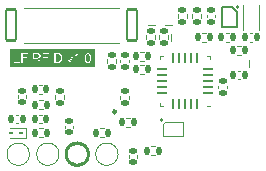
<source format=gbr>
%TF.GenerationSoftware,KiCad,Pcbnew,7.0.1*%
%TF.CreationDate,2024-01-02T21:49:50+00:00*%
%TF.ProjectId,rfid_module,72666964-5f6d-46f6-9475-6c652e6b6963,rev?*%
%TF.SameCoordinates,Original*%
%TF.FileFunction,Legend,Top*%
%TF.FilePolarity,Positive*%
%FSLAX46Y46*%
G04 Gerber Fmt 4.6, Leading zero omitted, Abs format (unit mm)*
G04 Created by KiCad (PCBNEW 7.0.1) date 2024-01-02 21:49:50*
%MOMM*%
%LPD*%
G01*
G04 APERTURE LIST*
G04 Aperture macros list*
%AMRoundRect*
0 Rectangle with rounded corners*
0 $1 Rounding radius*
0 $2 $3 $4 $5 $6 $7 $8 $9 X,Y pos of 4 corners*
0 Add a 4 corners polygon primitive as box body*
4,1,4,$2,$3,$4,$5,$6,$7,$8,$9,$2,$3,0*
0 Add four circle primitives for the rounded corners*
1,1,$1+$1,$2,$3*
1,1,$1+$1,$4,$5*
1,1,$1+$1,$6,$7*
1,1,$1+$1,$8,$9*
0 Add four rect primitives between the rounded corners*
20,1,$1+$1,$2,$3,$4,$5,0*
20,1,$1+$1,$4,$5,$6,$7,0*
20,1,$1+$1,$6,$7,$8,$9,0*
20,1,$1+$1,$8,$9,$2,$3,0*%
%AMFreePoly0*
4,1,14,0.111820,0.364320,0.125000,0.332500,0.125000,-0.332500,0.111820,-0.364320,0.080000,-0.377500,0.053640,-0.377501,0.021819,-0.364318,-0.111820,-0.230680,-0.125000,-0.198860,-0.125000,0.332500,-0.111820,0.364320,-0.080000,0.377500,0.080000,0.377500,0.111820,0.364320,0.111820,0.364320,$1*%
%AMFreePoly1*
4,1,14,0.111820,0.364320,0.125000,0.332500,0.125001,-0.198860,0.111818,-0.230680,-0.021820,-0.364320,-0.053640,-0.377500,-0.080000,-0.377500,-0.111820,-0.364320,-0.125000,-0.332500,-0.125000,0.332500,-0.111820,0.364320,-0.080000,0.377500,0.080000,0.377500,0.111820,0.364320,0.111820,0.364320,$1*%
%AMFreePoly2*
4,1,15,-0.198858,0.125000,0.332500,0.125000,0.364320,0.111820,0.377500,0.080000,0.377500,-0.080000,0.364320,-0.111820,0.332500,-0.125000,-0.332500,-0.125000,-0.364320,-0.111820,-0.377500,-0.080000,-0.377500,-0.053640,-0.364320,-0.021819,-0.230680,0.111820,-0.198860,0.125001,-0.198858,0.125000,-0.198858,0.125000,$1*%
%AMFreePoly3*
4,1,14,0.364320,0.111820,0.377500,0.080000,0.377500,-0.080000,0.364320,-0.111820,0.332500,-0.125000,-0.198860,-0.125001,-0.230680,-0.111818,-0.364320,0.021820,-0.377500,0.053640,-0.377500,0.080000,-0.364320,0.111820,-0.332500,0.125000,0.332500,0.125000,0.364320,0.111820,0.364320,0.111820,$1*%
%AMFreePoly4*
4,1,14,-0.021820,0.364320,0.111820,0.230679,0.125000,0.198858,0.125000,-0.332500,0.111820,-0.364320,0.080000,-0.377500,-0.080000,-0.377500,-0.111820,-0.364320,-0.125000,-0.332500,-0.125000,0.332500,-0.111820,0.364320,-0.080000,0.377500,-0.053640,0.377500,-0.021820,0.364320,-0.021820,0.364320,$1*%
%AMFreePoly5*
4,1,15,0.053642,0.377500,0.080000,0.377500,0.111820,0.364320,0.125000,0.332500,0.125000,-0.332500,0.111820,-0.364320,0.080000,-0.377500,-0.080000,-0.377500,-0.111820,-0.364320,-0.125000,-0.332500,-0.125000,0.198860,-0.111820,0.230680,0.021820,0.364320,0.053640,0.377501,0.053642,0.377500,0.053642,0.377500,$1*%
%AMFreePoly6*
4,1,14,0.364320,0.111820,0.377500,0.080000,0.377501,0.053640,0.364318,0.021819,0.230680,-0.111820,0.198860,-0.125000,-0.332500,-0.125000,-0.364320,-0.111820,-0.377500,-0.080000,-0.377500,0.080000,-0.364320,0.111820,-0.332500,0.125000,0.332500,0.125000,0.364320,0.111820,0.364320,0.111820,$1*%
%AMFreePoly7*
4,1,14,0.230680,0.111820,0.364320,-0.021821,0.377500,-0.053642,0.377500,-0.080000,0.364320,-0.111820,0.332500,-0.125000,-0.332500,-0.125000,-0.364320,-0.111820,-0.377500,-0.080000,-0.377500,0.080000,-0.364320,0.111820,-0.332500,0.125000,0.198860,0.125000,0.230680,0.111820,0.230680,0.111820,$1*%
G04 Aperture macros list end*
%ADD10C,0.150000*%
%ADD11C,0.120000*%
%ADD12C,0.200000*%
%ADD13C,0.100000*%
%ADD14C,0.250000*%
%ADD15C,1.500000*%
%ADD16RoundRect,0.140000X0.170000X-0.140000X0.170000X0.140000X-0.170000X0.140000X-0.170000X-0.140000X0*%
%ADD17RoundRect,0.135000X0.185000X-0.135000X0.185000X0.135000X-0.185000X0.135000X-0.185000X-0.135000X0*%
%ADD18R,0.250000X0.400000*%
%ADD19R,0.700000X0.400000*%
%ADD20RoundRect,0.140000X-0.140000X-0.170000X0.140000X-0.170000X0.140000X0.170000X-0.140000X0.170000X0*%
%ADD21R,0.400000X0.250000*%
%ADD22R,0.400000X0.700000*%
%ADD23RoundRect,0.135000X0.135000X0.185000X-0.135000X0.185000X-0.135000X-0.185000X0.135000X-0.185000X0*%
%ADD24RoundRect,0.062500X-0.117500X-0.062500X0.117500X-0.062500X0.117500X0.062500X-0.117500X0.062500X0*%
%ADD25C,0.216000*%
%ADD26RoundRect,0.135000X-0.135000X-0.185000X0.135000X-0.185000X0.135000X0.185000X-0.135000X0.185000X0*%
%ADD27R,0.800000X0.600000*%
%ADD28RoundRect,0.135000X-0.185000X0.135000X-0.185000X-0.135000X0.185000X-0.135000X0.185000X0.135000X0*%
%ADD29RoundRect,0.140000X0.140000X0.170000X-0.140000X0.170000X-0.140000X-0.170000X0.140000X-0.170000X0*%
%ADD30C,0.298000*%
%ADD31RoundRect,0.140000X-0.170000X0.140000X-0.170000X-0.140000X0.170000X-0.140000X0.170000X0.140000X0*%
%ADD32RoundRect,0.100000X0.400000X1.300000X-0.400000X1.300000X-0.400000X-1.300000X0.400000X-1.300000X0*%
%ADD33FreePoly0,180.000000*%
%ADD34RoundRect,0.062500X0.062500X0.375000X-0.062500X0.375000X-0.062500X-0.375000X0.062500X-0.375000X0*%
%ADD35FreePoly1,180.000000*%
%ADD36FreePoly2,180.000000*%
%ADD37RoundRect,0.062500X0.375000X0.062500X-0.375000X0.062500X-0.375000X-0.062500X0.375000X-0.062500X0*%
%ADD38FreePoly3,180.000000*%
%ADD39FreePoly4,180.000000*%
%ADD40FreePoly5,180.000000*%
%ADD41FreePoly6,180.000000*%
%ADD42FreePoly7,180.000000*%
%ADD43R,1.760000X1.760000*%
%ADD44R,0.300000X0.800000*%
%ADD45R,0.800000X0.300000*%
G04 APERTURE END LIST*
D10*
X101700000Y-67600000D02*
G75*
G03*
X101700000Y-67600000I-1000000J0D01*
G01*
X101600000Y-67600000D02*
G75*
G03*
X101600000Y-67600000I-900000J0D01*
G01*
G36*
X101600665Y-59132701D02*
G01*
X101609045Y-59133472D01*
X101617249Y-59134758D01*
X101625275Y-59136559D01*
X101633125Y-59138874D01*
X101640797Y-59141703D01*
X101648292Y-59145047D01*
X101655610Y-59148905D01*
X101662751Y-59153278D01*
X101669715Y-59158165D01*
X101676502Y-59163567D01*
X101683112Y-59169483D01*
X101689545Y-59175913D01*
X101695800Y-59182858D01*
X101701879Y-59190317D01*
X101707780Y-59198291D01*
X101710641Y-59202526D01*
X101716091Y-59211781D01*
X101721177Y-59222085D01*
X101725901Y-59233438D01*
X101730260Y-59245839D01*
X101734257Y-59259289D01*
X101737890Y-59273788D01*
X101739570Y-59281431D01*
X101741160Y-59289336D01*
X101742658Y-59297503D01*
X101744066Y-59305932D01*
X101745383Y-59314623D01*
X101746609Y-59323577D01*
X101747745Y-59332793D01*
X101748789Y-59342271D01*
X101749743Y-59352011D01*
X101750606Y-59362013D01*
X101751378Y-59372278D01*
X101752059Y-59382804D01*
X101752649Y-59393593D01*
X101753149Y-59404644D01*
X101753558Y-59415957D01*
X101753875Y-59427533D01*
X101754103Y-59439370D01*
X101754239Y-59451470D01*
X101754284Y-59463832D01*
X101754239Y-59476134D01*
X101754103Y-59488178D01*
X101753875Y-59499962D01*
X101753558Y-59511487D01*
X101753149Y-59522753D01*
X101752649Y-59533760D01*
X101752059Y-59544507D01*
X101751378Y-59554996D01*
X101750606Y-59565225D01*
X101749743Y-59575195D01*
X101748789Y-59584906D01*
X101747745Y-59594358D01*
X101746609Y-59603551D01*
X101745383Y-59612485D01*
X101744066Y-59621160D01*
X101742658Y-59629575D01*
X101741160Y-59637732D01*
X101739570Y-59645629D01*
X101736119Y-59660646D01*
X101732304Y-59674627D01*
X101728126Y-59687571D01*
X101723584Y-59699478D01*
X101718680Y-59710349D01*
X101713412Y-59720184D01*
X101707780Y-59728982D01*
X101701883Y-59737003D01*
X101695816Y-59744507D01*
X101689579Y-59751493D01*
X101683173Y-59757961D01*
X101676597Y-59763913D01*
X101669853Y-59769346D01*
X101662938Y-59774262D01*
X101655854Y-59778661D01*
X101648601Y-59782542D01*
X101641178Y-59785906D01*
X101633586Y-59788752D01*
X101625825Y-59791081D01*
X101617894Y-59792892D01*
X101609793Y-59794186D01*
X101601523Y-59794962D01*
X101593084Y-59795221D01*
X101584668Y-59794963D01*
X101576420Y-59794189D01*
X101568341Y-59792899D01*
X101560429Y-59791093D01*
X101552685Y-59788771D01*
X101545109Y-59785933D01*
X101537700Y-59782580D01*
X101530460Y-59778710D01*
X101523388Y-59774324D01*
X101516483Y-59769423D01*
X101509747Y-59764005D01*
X101503178Y-59758071D01*
X101496777Y-59751622D01*
X101490545Y-59744656D01*
X101484480Y-59737175D01*
X101478583Y-59729177D01*
X101475722Y-59724920D01*
X101470272Y-59715623D01*
X101465186Y-59705286D01*
X101460463Y-59693907D01*
X101456103Y-59681487D01*
X101452107Y-59668026D01*
X101448473Y-59653524D01*
X101446793Y-59645883D01*
X101445204Y-59637981D01*
X101443705Y-59629819D01*
X101442297Y-59621397D01*
X101440980Y-59612715D01*
X101439754Y-59603772D01*
X101438619Y-59594569D01*
X101437574Y-59585106D01*
X101436620Y-59575382D01*
X101435758Y-59565398D01*
X101434986Y-59555154D01*
X101434304Y-59544650D01*
X101433714Y-59533885D01*
X101433214Y-59522861D01*
X101432806Y-59511575D01*
X101432488Y-59500030D01*
X101432261Y-59488224D01*
X101432124Y-59476158D01*
X101432079Y-59463832D01*
X101432129Y-59451498D01*
X101432279Y-59439408D01*
X101432529Y-59427564D01*
X101432879Y-59415963D01*
X101433329Y-59404608D01*
X101433879Y-59393497D01*
X101434529Y-59382631D01*
X101435279Y-59372009D01*
X101436129Y-59361632D01*
X101437078Y-59351499D01*
X101438128Y-59341612D01*
X101439278Y-59331968D01*
X101440528Y-59322570D01*
X101441878Y-59313416D01*
X101443328Y-59304506D01*
X101444877Y-59295842D01*
X101446527Y-59287422D01*
X101448277Y-59279246D01*
X101450127Y-59271315D01*
X101452076Y-59263629D01*
X101456276Y-59248991D01*
X101460875Y-59235331D01*
X101465875Y-59222649D01*
X101471274Y-59210946D01*
X101477073Y-59200221D01*
X101483272Y-59190475D01*
X101485839Y-59186905D01*
X101491135Y-59180104D01*
X101496646Y-59173757D01*
X101502372Y-59167863D01*
X101508313Y-59162423D01*
X101514469Y-59157436D01*
X101520841Y-59152902D01*
X101530802Y-59146951D01*
X101541247Y-59142021D01*
X101552177Y-59138111D01*
X101559733Y-59136070D01*
X101567503Y-59134484D01*
X101575489Y-59133350D01*
X101583691Y-59132670D01*
X101592107Y-59132443D01*
X101600665Y-59132701D01*
G37*
G36*
X99045304Y-59145014D02*
G01*
X99056585Y-59145211D01*
X99067457Y-59145539D01*
X99077920Y-59145999D01*
X99087974Y-59146590D01*
X99097618Y-59147312D01*
X99106854Y-59148165D01*
X99115680Y-59149150D01*
X99124097Y-59150265D01*
X99132105Y-59151513D01*
X99143350Y-59153629D01*
X99153675Y-59156042D01*
X99163079Y-59158749D01*
X99171563Y-59161752D01*
X99178917Y-59164861D01*
X99186132Y-59168326D01*
X99193206Y-59172146D01*
X99200139Y-59176322D01*
X99206932Y-59180853D01*
X99213585Y-59185740D01*
X99220097Y-59190983D01*
X99226468Y-59196581D01*
X99232700Y-59202536D01*
X99238790Y-59208846D01*
X99244741Y-59215511D01*
X99250551Y-59222532D01*
X99256220Y-59229909D01*
X99261749Y-59237642D01*
X99267138Y-59245730D01*
X99272386Y-59254174D01*
X99277426Y-59263005D01*
X99282141Y-59272303D01*
X99286530Y-59282068D01*
X99290594Y-59292300D01*
X99294334Y-59303000D01*
X99297748Y-59314166D01*
X99300837Y-59325800D01*
X99303600Y-59337900D01*
X99306039Y-59350468D01*
X99308152Y-59363503D01*
X99309941Y-59377005D01*
X99311404Y-59390974D01*
X99312542Y-59405411D01*
X99313355Y-59420314D01*
X99313843Y-59435685D01*
X99313964Y-59443545D01*
X99314005Y-59451522D01*
X99313922Y-59462992D01*
X99313672Y-59474246D01*
X99313256Y-59485285D01*
X99312674Y-59496109D01*
X99311925Y-59506717D01*
X99311010Y-59517111D01*
X99309929Y-59527289D01*
X99308681Y-59537251D01*
X99307266Y-59546999D01*
X99305686Y-59556531D01*
X99303938Y-59565848D01*
X99302025Y-59574950D01*
X99299945Y-59583837D01*
X99297699Y-59592508D01*
X99295286Y-59600964D01*
X99292707Y-59609205D01*
X99291372Y-59613246D01*
X99288603Y-59621172D01*
X99285702Y-59628890D01*
X99282671Y-59636400D01*
X99279508Y-59643703D01*
X99276213Y-59650798D01*
X99271026Y-59661052D01*
X99265543Y-59670839D01*
X99259765Y-59680158D01*
X99253691Y-59689010D01*
X99247322Y-59697395D01*
X99240658Y-59705313D01*
X99233698Y-59712764D01*
X99230256Y-59716136D01*
X99222941Y-59722590D01*
X99215052Y-59728659D01*
X99206589Y-59734344D01*
X99199865Y-59738355D01*
X99192818Y-59742150D01*
X99185448Y-59745728D01*
X99177756Y-59749090D01*
X99169740Y-59752236D01*
X99161402Y-59755165D01*
X99158535Y-59756091D01*
X99149532Y-59758691D01*
X99139924Y-59761027D01*
X99129712Y-59763099D01*
X99118895Y-59764906D01*
X99107473Y-59766449D01*
X99099523Y-59767330D01*
X99091304Y-59768094D01*
X99082817Y-59768741D01*
X99074061Y-59769270D01*
X99065036Y-59769681D01*
X99055743Y-59769975D01*
X99046181Y-59770151D01*
X99036350Y-59770210D01*
X98864403Y-59770210D01*
X98864403Y-59144949D01*
X99033614Y-59144949D01*
X99045304Y-59145014D01*
G37*
G36*
X97328879Y-59141970D02*
G01*
X97339525Y-59142411D01*
X97349793Y-59143148D01*
X97359684Y-59144179D01*
X97369198Y-59145505D01*
X97378335Y-59147125D01*
X97387095Y-59149040D01*
X97395478Y-59151250D01*
X97403483Y-59153754D01*
X97411112Y-59156553D01*
X97421848Y-59161304D01*
X97431736Y-59166717D01*
X97440776Y-59172794D01*
X97448967Y-59179533D01*
X97454007Y-59184304D01*
X97460957Y-59191763D01*
X97467175Y-59199586D01*
X97472662Y-59207773D01*
X97477417Y-59216324D01*
X97481441Y-59225239D01*
X97484733Y-59234519D01*
X97487294Y-59244162D01*
X97489123Y-59254169D01*
X97490220Y-59264541D01*
X97490586Y-59275277D01*
X97490250Y-59285150D01*
X97489242Y-59294840D01*
X97487563Y-59304348D01*
X97485212Y-59313672D01*
X97482190Y-59322812D01*
X97478496Y-59331770D01*
X97474130Y-59340544D01*
X97469092Y-59349136D01*
X97466329Y-59353289D01*
X97460338Y-59361166D01*
X97453732Y-59368469D01*
X97446508Y-59375198D01*
X97438668Y-59381353D01*
X97430211Y-59386934D01*
X97421138Y-59391941D01*
X97413928Y-59395319D01*
X97406371Y-59398375D01*
X97403763Y-59399325D01*
X97395566Y-59401993D01*
X97386809Y-59404390D01*
X97377493Y-59406515D01*
X97367616Y-59408369D01*
X97357180Y-59409952D01*
X97346184Y-59411264D01*
X97334628Y-59412304D01*
X97326613Y-59412846D01*
X97318349Y-59413268D01*
X97309837Y-59413570D01*
X97301075Y-59413751D01*
X97292065Y-59413811D01*
X97062868Y-59413811D01*
X97062868Y-59141822D01*
X97317857Y-59141822D01*
X97328879Y-59141970D01*
G37*
G36*
X102195175Y-60215791D02*
G01*
X94993170Y-60215791D01*
X94993170Y-59051159D01*
X95332456Y-59051159D01*
X95332456Y-59864000D01*
X95835792Y-59864000D01*
X95835792Y-59770210D01*
X95439141Y-59770210D01*
X95439141Y-59051159D01*
X95965338Y-59051159D01*
X95965338Y-59864000D01*
X96071828Y-59864000D01*
X96071828Y-59495095D01*
X96449916Y-59495095D01*
X96449916Y-59401306D01*
X96071828Y-59401306D01*
X96071828Y-59144949D01*
X96508729Y-59144949D01*
X96508729Y-59051159D01*
X96956378Y-59051159D01*
X96956378Y-59141822D01*
X96956378Y-59864000D01*
X97062868Y-59864000D01*
X97062868Y-59504474D01*
X97186552Y-59504474D01*
X97194080Y-59504508D01*
X97203486Y-59504661D01*
X97212172Y-59504936D01*
X97220137Y-59505333D01*
X97229081Y-59506001D01*
X97236899Y-59506859D01*
X97245952Y-59508382D01*
X97249050Y-59509176D01*
X97256762Y-59511481D01*
X97264426Y-59514244D01*
X97272042Y-59517465D01*
X97279611Y-59521144D01*
X97287132Y-59525280D01*
X97294605Y-59529875D01*
X97300665Y-59534098D01*
X97306927Y-59539047D01*
X97313391Y-59544722D01*
X97320055Y-59551124D01*
X97326922Y-59558253D01*
X97332204Y-59564077D01*
X97337599Y-59570309D01*
X97343107Y-59576950D01*
X97348729Y-59584000D01*
X97354552Y-59591554D01*
X97360664Y-59599710D01*
X97367064Y-59608466D01*
X97373752Y-59617824D01*
X97378371Y-59624397D01*
X97383119Y-59631236D01*
X97387995Y-59638343D01*
X97392998Y-59645717D01*
X97398131Y-59653358D01*
X97403391Y-59661266D01*
X97408780Y-59669441D01*
X97414296Y-59677883D01*
X97419941Y-59686593D01*
X97425715Y-59695570D01*
X97532205Y-59864000D01*
X97666441Y-59864000D01*
X97526147Y-59643790D01*
X97520925Y-59635813D01*
X97515663Y-59628003D01*
X97510362Y-59620359D01*
X97505020Y-59612881D01*
X97499639Y-59605570D01*
X97494219Y-59598425D01*
X97488758Y-59591447D01*
X97483258Y-59584635D01*
X97477719Y-59577989D01*
X97472139Y-59571510D01*
X97466520Y-59565197D01*
X97460861Y-59559050D01*
X97455163Y-59553070D01*
X97449425Y-59547256D01*
X97443647Y-59541609D01*
X97437829Y-59536128D01*
X97433512Y-59532421D01*
X97427206Y-59527457D01*
X97420271Y-59522468D01*
X97412708Y-59517455D01*
X97404515Y-59512417D01*
X97395693Y-59507355D01*
X97388664Y-59503543D01*
X97381281Y-59499717D01*
X97373545Y-59495877D01*
X97387792Y-59493681D01*
X97401568Y-59491148D01*
X97414873Y-59488277D01*
X97427705Y-59485069D01*
X97440066Y-59481524D01*
X97451956Y-59477641D01*
X97463373Y-59473421D01*
X97474319Y-59468863D01*
X97484793Y-59463969D01*
X97494796Y-59458737D01*
X97504327Y-59453167D01*
X97513386Y-59447260D01*
X97521973Y-59441016D01*
X97530089Y-59434434D01*
X97537733Y-59427515D01*
X97544905Y-59420259D01*
X97551625Y-59412703D01*
X97557911Y-59404933D01*
X97563764Y-59396949D01*
X97569183Y-59388752D01*
X97574169Y-59380341D01*
X97578721Y-59371716D01*
X97582839Y-59362877D01*
X97586524Y-59353825D01*
X97589776Y-59344559D01*
X97592594Y-59335079D01*
X97594978Y-59325386D01*
X97596929Y-59315479D01*
X97598446Y-59305358D01*
X97599530Y-59295024D01*
X97600181Y-59284475D01*
X97600397Y-59273713D01*
X97600266Y-59265356D01*
X97599872Y-59257090D01*
X97599216Y-59248913D01*
X97598297Y-59240826D01*
X97597115Y-59232829D01*
X97595671Y-59224923D01*
X97593965Y-59217106D01*
X97591995Y-59209380D01*
X97589764Y-59201743D01*
X97587269Y-59194197D01*
X97584512Y-59186741D01*
X97581493Y-59179375D01*
X97578211Y-59172098D01*
X97574666Y-59164912D01*
X97570859Y-59157816D01*
X97566789Y-59150810D01*
X97564679Y-59147363D01*
X97560325Y-59140666D01*
X97555795Y-59134233D01*
X97548667Y-59125079D01*
X97541140Y-59116520D01*
X97533215Y-59108554D01*
X97524892Y-59101183D01*
X97516170Y-59094406D01*
X97507050Y-59088223D01*
X97497531Y-59082634D01*
X97487614Y-59077639D01*
X97477299Y-59073239D01*
X97470088Y-59070565D01*
X97462473Y-59068064D01*
X97454456Y-59065735D01*
X97446036Y-59063579D01*
X97437213Y-59061595D01*
X97427986Y-59059784D01*
X97418357Y-59058145D01*
X97408325Y-59056679D01*
X97397889Y-59055385D01*
X97387051Y-59054264D01*
X97375810Y-59053316D01*
X97364166Y-59052539D01*
X97352118Y-59051936D01*
X97339668Y-59051504D01*
X97326815Y-59051246D01*
X97313558Y-59051159D01*
X97768436Y-59051159D01*
X97768436Y-59864000D01*
X97874926Y-59864000D01*
X97874926Y-59495095D01*
X98253014Y-59495095D01*
X98253014Y-59401306D01*
X97874926Y-59401306D01*
X97874926Y-59144949D01*
X98311828Y-59144949D01*
X98311828Y-59051159D01*
X98464822Y-59051159D01*
X98464822Y-59864000D01*
X98571507Y-59864000D01*
X98571507Y-59051159D01*
X98757718Y-59051159D01*
X98757718Y-59144949D01*
X98757718Y-59864000D01*
X99048464Y-59864000D01*
X99057533Y-59863945D01*
X99066471Y-59863783D01*
X99075278Y-59863512D01*
X99083953Y-59863132D01*
X99092497Y-59862645D01*
X99100909Y-59862049D01*
X99109191Y-59861344D01*
X99117341Y-59860531D01*
X99125360Y-59859610D01*
X99133247Y-59858580D01*
X99144832Y-59856833D01*
X99156122Y-59854841D01*
X99167116Y-59852606D01*
X99177815Y-59850127D01*
X99184809Y-59848342D01*
X99195056Y-59845476D01*
X99205012Y-59842384D01*
X99214675Y-59839065D01*
X99224047Y-59835519D01*
X99233126Y-59831747D01*
X99241914Y-59827748D01*
X99250409Y-59823522D01*
X99258613Y-59819070D01*
X99266525Y-59814390D01*
X99274145Y-59809484D01*
X99279102Y-59806036D01*
X99286444Y-59800572D01*
X99293672Y-59794757D01*
X99300787Y-59788591D01*
X99307788Y-59782076D01*
X99314677Y-59775210D01*
X99321451Y-59767994D01*
X99328113Y-59760427D01*
X99334661Y-59752510D01*
X99341096Y-59744243D01*
X99347418Y-59735625D01*
X99349506Y-59732671D01*
X99355627Y-59723517D01*
X99361532Y-59713931D01*
X99367220Y-59703912D01*
X99370892Y-59696992D01*
X99374468Y-59689880D01*
X99377948Y-59682576D01*
X99381331Y-59675079D01*
X99384619Y-59667390D01*
X99387810Y-59659509D01*
X99390905Y-59651435D01*
X99393904Y-59643169D01*
X99396806Y-59634710D01*
X99399613Y-59626060D01*
X99402323Y-59617217D01*
X99404926Y-59608195D01*
X99407361Y-59599008D01*
X99409628Y-59589657D01*
X99411727Y-59580140D01*
X99413658Y-59570459D01*
X99415421Y-59560613D01*
X99417016Y-59550602D01*
X99418443Y-59540427D01*
X99419703Y-59530086D01*
X99420794Y-59519580D01*
X99421718Y-59508910D01*
X99422473Y-59498075D01*
X99423061Y-59487075D01*
X99423481Y-59475910D01*
X99423733Y-59464580D01*
X99423817Y-59453085D01*
X99423693Y-59439600D01*
X99423322Y-59426304D01*
X99422704Y-59413197D01*
X99421838Y-59400280D01*
X99420725Y-59387552D01*
X99419365Y-59375013D01*
X99417758Y-59362664D01*
X99415903Y-59350503D01*
X99413801Y-59338532D01*
X99411452Y-59326751D01*
X99408855Y-59315158D01*
X99406011Y-59303755D01*
X99402920Y-59292541D01*
X99399582Y-59281517D01*
X99397840Y-59276254D01*
X99804445Y-59276254D01*
X100026413Y-59864000D01*
X100118834Y-59864000D01*
X100311614Y-59351285D01*
X100472302Y-59351285D01*
X100481053Y-59347910D01*
X100490014Y-59344232D01*
X100499184Y-59340253D01*
X100508563Y-59335971D01*
X100518152Y-59331387D01*
X100527951Y-59326500D01*
X100537959Y-59321312D01*
X100548176Y-59315821D01*
X100555105Y-59311992D01*
X100562126Y-59308030D01*
X100569240Y-59303932D01*
X100576448Y-59299701D01*
X100583615Y-59295378D01*
X100590607Y-59291055D01*
X100597426Y-59286732D01*
X100604071Y-59282408D01*
X100613712Y-59275924D01*
X100622962Y-59269439D01*
X100631820Y-59262954D01*
X100640286Y-59256470D01*
X100648361Y-59249985D01*
X100656045Y-59243501D01*
X100663337Y-59237016D01*
X100670237Y-59230531D01*
X100670237Y-59864000D01*
X100769106Y-59864000D01*
X100769106Y-59751452D01*
X101074898Y-59751452D01*
X101074898Y-59864000D01*
X101187641Y-59864000D01*
X101187641Y-59751452D01*
X101074898Y-59751452D01*
X100769106Y-59751452D01*
X100769106Y-59464027D01*
X101330474Y-59464027D01*
X101330552Y-59478143D01*
X101330785Y-59492010D01*
X101331175Y-59505629D01*
X101331720Y-59519000D01*
X101332420Y-59532123D01*
X101333277Y-59544998D01*
X101334289Y-59557625D01*
X101335457Y-59570004D01*
X101336780Y-59582135D01*
X101338259Y-59594018D01*
X101339894Y-59605653D01*
X101341685Y-59617039D01*
X101343631Y-59628178D01*
X101345733Y-59639069D01*
X101347991Y-59649711D01*
X101350404Y-59660106D01*
X101352973Y-59670252D01*
X101355698Y-59680150D01*
X101358579Y-59689801D01*
X101361615Y-59699203D01*
X101364807Y-59708357D01*
X101368155Y-59717263D01*
X101371658Y-59725921D01*
X101375317Y-59734331D01*
X101379132Y-59742493D01*
X101383102Y-59750407D01*
X101387228Y-59758073D01*
X101391510Y-59765490D01*
X101395948Y-59772660D01*
X101400541Y-59779582D01*
X101405290Y-59786255D01*
X101410195Y-59792681D01*
X101418695Y-59802831D01*
X101427585Y-59812327D01*
X101436866Y-59821168D01*
X101446538Y-59829354D01*
X101456601Y-59836885D01*
X101467055Y-59843761D01*
X101477899Y-59849982D01*
X101489134Y-59855549D01*
X101500760Y-59860460D01*
X101512777Y-59864717D01*
X101525184Y-59868319D01*
X101537983Y-59871266D01*
X101551172Y-59873558D01*
X101564752Y-59875195D01*
X101578722Y-59876177D01*
X101593084Y-59876505D01*
X101604029Y-59876318D01*
X101614736Y-59875760D01*
X101625205Y-59874829D01*
X101635436Y-59873525D01*
X101645428Y-59871849D01*
X101655183Y-59869800D01*
X101664699Y-59867379D01*
X101673977Y-59864586D01*
X101683017Y-59861420D01*
X101691819Y-59857881D01*
X101700383Y-59853970D01*
X101708709Y-59849687D01*
X101716796Y-59845031D01*
X101724645Y-59840003D01*
X101732257Y-59834602D01*
X101739630Y-59828829D01*
X101746771Y-59822714D01*
X101753686Y-59816290D01*
X101760375Y-59809555D01*
X101766838Y-59802511D01*
X101773076Y-59795157D01*
X101779087Y-59787493D01*
X101784873Y-59779520D01*
X101790432Y-59771236D01*
X101795766Y-59762643D01*
X101800874Y-59753739D01*
X101805755Y-59744526D01*
X101810411Y-59735003D01*
X101814841Y-59725170D01*
X101819045Y-59715027D01*
X101823023Y-59704574D01*
X101826775Y-59693811D01*
X101830301Y-59682655D01*
X101833599Y-59671072D01*
X101836670Y-59659061D01*
X101839513Y-59646623D01*
X101842128Y-59633758D01*
X101844517Y-59620465D01*
X101846677Y-59606745D01*
X101848611Y-59592597D01*
X101850317Y-59578022D01*
X101851795Y-59563019D01*
X101853046Y-59547589D01*
X101853586Y-59539714D01*
X101854070Y-59531732D01*
X101854496Y-59523643D01*
X101854866Y-59515447D01*
X101855178Y-59507144D01*
X101855434Y-59498734D01*
X101855633Y-59490218D01*
X101855776Y-59481595D01*
X101855861Y-59472864D01*
X101855889Y-59464027D01*
X101855818Y-59449200D01*
X101855605Y-59434758D01*
X101855250Y-59420703D01*
X101854754Y-59407033D01*
X101854115Y-59393750D01*
X101853334Y-59380854D01*
X101852411Y-59368343D01*
X101851346Y-59356219D01*
X101850140Y-59344480D01*
X101848791Y-59333129D01*
X101847300Y-59322163D01*
X101845668Y-59311583D01*
X101843893Y-59301390D01*
X101841977Y-59291583D01*
X101839918Y-59282162D01*
X101837718Y-59273127D01*
X101835393Y-59264346D01*
X101832961Y-59255734D01*
X101830422Y-59247292D01*
X101827777Y-59239019D01*
X101825025Y-59230915D01*
X101822165Y-59222981D01*
X101819199Y-59215216D01*
X101816127Y-59207621D01*
X101812947Y-59200196D01*
X101809660Y-59192939D01*
X101804530Y-59182372D01*
X101799159Y-59172187D01*
X101793548Y-59162383D01*
X101787697Y-59152960D01*
X101783648Y-59146871D01*
X101777324Y-59138079D01*
X101770697Y-59129696D01*
X101763768Y-59121721D01*
X101756537Y-59114155D01*
X101749004Y-59106998D01*
X101741168Y-59100249D01*
X101733031Y-59093909D01*
X101724590Y-59087978D01*
X101715848Y-59082456D01*
X101706803Y-59077342D01*
X101703735Y-59075731D01*
X101694341Y-59071206D01*
X101684665Y-59067140D01*
X101674708Y-59063535D01*
X101664470Y-59060390D01*
X101653949Y-59057705D01*
X101643147Y-59055480D01*
X101632064Y-59053716D01*
X101620698Y-59052412D01*
X101609051Y-59051568D01*
X101601130Y-59051262D01*
X101593084Y-59051159D01*
X101582210Y-59051345D01*
X101571569Y-59051901D01*
X101561162Y-59052829D01*
X101550989Y-59054127D01*
X101541049Y-59055796D01*
X101531342Y-59057836D01*
X101521870Y-59060247D01*
X101512630Y-59063030D01*
X101503625Y-59066183D01*
X101494853Y-59069706D01*
X101486314Y-59073601D01*
X101478009Y-59077867D01*
X101469937Y-59082504D01*
X101462100Y-59087512D01*
X101454495Y-59092890D01*
X101447124Y-59098640D01*
X101440005Y-59104708D01*
X101433108Y-59111090D01*
X101426432Y-59117787D01*
X101419977Y-59124799D01*
X101413743Y-59132124D01*
X101407731Y-59139765D01*
X101401940Y-59147719D01*
X101396371Y-59155988D01*
X101391023Y-59164572D01*
X101385896Y-59173470D01*
X101380990Y-59182683D01*
X101376306Y-59192210D01*
X101371843Y-59202051D01*
X101367602Y-59212207D01*
X101363582Y-59222677D01*
X101359783Y-59233462D01*
X101357980Y-59238976D01*
X101354545Y-59250330D01*
X101351340Y-59262121D01*
X101348363Y-59274348D01*
X101345615Y-59287012D01*
X101343096Y-59300113D01*
X101340807Y-59313650D01*
X101338746Y-59327624D01*
X101336914Y-59342034D01*
X101335311Y-59356881D01*
X101333937Y-59372164D01*
X101333336Y-59379970D01*
X101332792Y-59387884D01*
X101332306Y-59395908D01*
X101331877Y-59404041D01*
X101331504Y-59412283D01*
X101331190Y-59420634D01*
X101330932Y-59429095D01*
X101330732Y-59437664D01*
X101330589Y-59446343D01*
X101330503Y-59455130D01*
X101330475Y-59463832D01*
X101330474Y-59464027D01*
X100769106Y-59464027D01*
X100769106Y-59051159D01*
X100705408Y-59051159D01*
X100702042Y-59057620D01*
X100696460Y-59067360D01*
X100690240Y-59077159D01*
X100685739Y-59083724D01*
X100680953Y-59090314D01*
X100675883Y-59096931D01*
X100670530Y-59103574D01*
X100664892Y-59110242D01*
X100658971Y-59116937D01*
X100652766Y-59123657D01*
X100646277Y-59130404D01*
X100639503Y-59137176D01*
X100632446Y-59143975D01*
X100625105Y-59150799D01*
X100617480Y-59157649D01*
X100609632Y-59164449D01*
X100601620Y-59171122D01*
X100593445Y-59177669D01*
X100585106Y-59184088D01*
X100576604Y-59190382D01*
X100567939Y-59196548D01*
X100559110Y-59202588D01*
X100550118Y-59208501D01*
X100540963Y-59214287D01*
X100531644Y-59219946D01*
X100522162Y-59225479D01*
X100512517Y-59230885D01*
X100502708Y-59236165D01*
X100492736Y-59241318D01*
X100482601Y-59246344D01*
X100472302Y-59251243D01*
X100472302Y-59351285D01*
X100311614Y-59351285D01*
X100339825Y-59276254D01*
X100238025Y-59276254D01*
X100108283Y-59635584D01*
X100106827Y-59639656D01*
X100103976Y-59647690D01*
X100101204Y-59655576D01*
X100098511Y-59663314D01*
X100095897Y-59670904D01*
X100093363Y-59678346D01*
X100089711Y-59689231D01*
X100086238Y-59699783D01*
X100082943Y-59710001D01*
X100079826Y-59719887D01*
X100076888Y-59729439D01*
X100074129Y-59738658D01*
X100071549Y-59747545D01*
X100070483Y-59743702D01*
X100068332Y-59736044D01*
X100066155Y-59728420D01*
X100063953Y-59720832D01*
X100061724Y-59713279D01*
X100059469Y-59705760D01*
X100056039Y-59694549D01*
X100052549Y-59683417D01*
X100049002Y-59672364D01*
X100045396Y-59661389D01*
X100041732Y-59650494D01*
X100038009Y-59639678D01*
X100034228Y-59628940D01*
X99908981Y-59276254D01*
X99804445Y-59276254D01*
X99397840Y-59276254D01*
X99395996Y-59270682D01*
X99392163Y-59260036D01*
X99388104Y-59249578D01*
X99383791Y-59239358D01*
X99379226Y-59229373D01*
X99374406Y-59219626D01*
X99369334Y-59210115D01*
X99364008Y-59200840D01*
X99358428Y-59191803D01*
X99352595Y-59183002D01*
X99346509Y-59174437D01*
X99340170Y-59166109D01*
X99333577Y-59158018D01*
X99326730Y-59150163D01*
X99319630Y-59142545D01*
X99312277Y-59135164D01*
X99304670Y-59128019D01*
X99296810Y-59121110D01*
X99290625Y-59115937D01*
X99284281Y-59110968D01*
X99277778Y-59106204D01*
X99271116Y-59101644D01*
X99264296Y-59097289D01*
X99257316Y-59093139D01*
X99250178Y-59089192D01*
X99242882Y-59085451D01*
X99235426Y-59081914D01*
X99227812Y-59078582D01*
X99220039Y-59075454D01*
X99212107Y-59072531D01*
X99204016Y-59069812D01*
X99195767Y-59067298D01*
X99187359Y-59064988D01*
X99178792Y-59062883D01*
X99172439Y-59061463D01*
X99162256Y-59059506D01*
X99151290Y-59057754D01*
X99143545Y-59056701D01*
X99135451Y-59055739D01*
X99127010Y-59054869D01*
X99118220Y-59054090D01*
X99109082Y-59053403D01*
X99099596Y-59052808D01*
X99089763Y-59052304D01*
X99079581Y-59051892D01*
X99069051Y-59051571D01*
X99058173Y-59051342D01*
X99046947Y-59051205D01*
X99035373Y-59051159D01*
X98757718Y-59051159D01*
X98571507Y-59051159D01*
X98464822Y-59051159D01*
X98311828Y-59051159D01*
X97768436Y-59051159D01*
X97313558Y-59051159D01*
X96956378Y-59051159D01*
X96508729Y-59051159D01*
X95965338Y-59051159D01*
X95439141Y-59051159D01*
X95332456Y-59051159D01*
X94993170Y-59051159D01*
X94993170Y-58711873D01*
X102195175Y-58711873D01*
X102195175Y-60215791D01*
G37*
D11*
%TO.C,TP203*%
X104150000Y-67600000D02*
G75*
G03*
X104150000Y-67600000I-950000J0D01*
G01*
%TO.C,TP101*%
X101650000Y-67600000D02*
G75*
G03*
X101650000Y-67600000I-950000J0D01*
G01*
%TO.C,C204*%
X104340000Y-59807836D02*
X104340000Y-59592164D01*
X105060000Y-59807836D02*
X105060000Y-59592164D01*
%TO.C,R204*%
X109220000Y-56053641D02*
X109220000Y-55746359D01*
X109980000Y-56053641D02*
X109980000Y-55746359D01*
%TO.C,Q203*%
X107300000Y-56650000D02*
X106700000Y-56650000D01*
%TO.C,R212*%
X103220000Y-59853641D02*
X103220000Y-59546359D01*
X103980000Y-59853641D02*
X103980000Y-59546359D01*
%TO.C,C205*%
X95472164Y-64960000D02*
X95687836Y-64960000D01*
X95472164Y-64240000D02*
X95687836Y-64240000D01*
%TO.C,Q401*%
X115250000Y-59600000D02*
X115250000Y-60200000D01*
%TO.C,C208*%
X99640000Y-65387836D02*
X99640000Y-65172164D01*
X100360000Y-65387836D02*
X100360000Y-65172164D01*
%TO.C,R206*%
X106520000Y-57853641D02*
X106520000Y-57546359D01*
X107280000Y-57853641D02*
X107280000Y-57546359D01*
%TO.C,R503*%
X111553641Y-58080000D02*
X111246359Y-58080000D01*
X111553641Y-57320000D02*
X111246359Y-57320000D01*
%TO.C,D201*%
X95020000Y-65400000D02*
X96380000Y-65400000D01*
X95020000Y-66200000D02*
X96380000Y-66200000D01*
X96380000Y-66200000D02*
X96380000Y-65400000D01*
%TO.C,R217*%
X97753641Y-65420000D02*
X97446359Y-65420000D01*
X97753641Y-66180000D02*
X97446359Y-66180000D01*
%TO.C,Q202*%
X108700000Y-56650000D02*
X108100000Y-56650000D01*
%TO.C,R202*%
X107620000Y-57853641D02*
X107620000Y-57546359D01*
X108380000Y-57853641D02*
X108380000Y-57546359D01*
%TO.C,TP202*%
X99150000Y-67600000D02*
G75*
G03*
X99150000Y-67600000I-950000J0D01*
G01*
%TO.C,C202*%
X97492164Y-61740000D02*
X97707836Y-61740000D01*
X97492164Y-62460000D02*
X97707836Y-62460000D01*
D12*
%TO.C,IC501*%
X113800000Y-55142000D02*
X114258000Y-55600000D01*
X112942000Y-55142000D02*
X113800000Y-55142000D01*
X114258000Y-55600000D02*
X114258000Y-56858000D01*
X114258000Y-56858000D02*
X112942000Y-56858000D01*
X112942000Y-56858000D02*
X112942000Y-55142000D01*
X114358000Y-55142000D02*
G75*
G03*
X114358000Y-55142000I-100000J0D01*
G01*
D11*
%TO.C,R203*%
X97446359Y-63780000D02*
X97753641Y-63780000D01*
X97446359Y-63020000D02*
X97753641Y-63020000D01*
%TO.C,L501*%
X114740000Y-57060000D02*
X114740000Y-54940000D01*
X116060000Y-57060000D02*
X116060000Y-54940000D01*
%TO.C,R205*%
X99580000Y-62596359D02*
X99580000Y-62903641D01*
X98820000Y-62596359D02*
X98820000Y-62903641D01*
%TO.C,C502*%
X111640000Y-56007836D02*
X111640000Y-55792164D01*
X112360000Y-56007836D02*
X112360000Y-55792164D01*
%TO.C,R219*%
X107253641Y-67680000D02*
X106946359Y-67680000D01*
X107253641Y-66920000D02*
X106946359Y-66920000D01*
%TO.C,C501*%
X115507836Y-58060000D02*
X115292164Y-58060000D01*
X115507836Y-57340000D02*
X115292164Y-57340000D01*
%TO.C,TP201*%
X96650000Y-67600000D02*
G75*
G03*
X96650000Y-67600000I-950000J0D01*
G01*
%TO.C,R211*%
X104320000Y-62943641D02*
X104320000Y-62636359D01*
X105080000Y-62943641D02*
X105080000Y-62636359D01*
D13*
%TO.C,IC202*%
X107950000Y-65050000D02*
X108150000Y-64850000D01*
X107950000Y-66050000D02*
X107950000Y-65050000D01*
X108150000Y-64850000D02*
X109650000Y-64850000D01*
X109650000Y-64850000D02*
X109650000Y-66050000D01*
X109650000Y-66050000D02*
X107950000Y-66050000D01*
D10*
X107876000Y-64701000D02*
G75*
G03*
X107876000Y-64701000I-75000J0D01*
G01*
D11*
%TO.C,R502*%
X113246359Y-57320000D02*
X113553641Y-57320000D01*
X113246359Y-58080000D02*
X113553641Y-58080000D01*
%TO.C,C207*%
X97492164Y-64960000D02*
X97707836Y-64960000D01*
X97492164Y-64240000D02*
X97707836Y-64240000D01*
%TO.C,R501*%
X111180000Y-55746359D02*
X111180000Y-56053641D01*
X110420000Y-55746359D02*
X110420000Y-56053641D01*
%TO.C,Q201*%
X108650000Y-58000000D02*
X108650000Y-57400000D01*
%TO.C,C201*%
X96360000Y-62592164D02*
X96360000Y-62807836D01*
X95640000Y-62592164D02*
X95640000Y-62807836D01*
%TO.C,R221*%
X105153641Y-64520000D02*
X104846359Y-64520000D01*
X105153641Y-65280000D02*
X104846359Y-65280000D01*
%TO.C,L201*%
X96200000Y-55200000D02*
X104200000Y-55200000D01*
X104200000Y-58200000D02*
X96200000Y-58200000D01*
%TO.C,R222*%
X102646359Y-65420000D02*
X102953641Y-65420000D01*
X102646359Y-66180000D02*
X102953641Y-66180000D01*
%TO.C,U301*%
X107690000Y-59290000D02*
X107690000Y-59515000D01*
X107690000Y-63510000D02*
X107690000Y-63285000D01*
X107915000Y-59290000D02*
X107690000Y-59290000D01*
X107915000Y-63510000D02*
X107690000Y-63510000D01*
X111685000Y-59290000D02*
X111910000Y-59290000D01*
X111685000Y-63510000D02*
X111910000Y-63510000D01*
X111910000Y-59290000D02*
X111910000Y-59515000D01*
%TO.C,C209*%
X105040000Y-67907836D02*
X105040000Y-67692164D01*
X105760000Y-67907836D02*
X105760000Y-67692164D01*
%TO.C,R201*%
X106046359Y-58920000D02*
X106353641Y-58920000D01*
X106046359Y-59680000D02*
X106353641Y-59680000D01*
%TO.C,C301*%
X114507836Y-61260000D02*
X114292164Y-61260000D01*
X114507836Y-60540000D02*
X114292164Y-60540000D01*
%TO.C,R207*%
X106353641Y-60780000D02*
X106046359Y-60780000D01*
X106353641Y-60020000D02*
X106046359Y-60020000D01*
%TO.C,R401*%
X114553641Y-59180000D02*
X114246359Y-59180000D01*
X114553641Y-58420000D02*
X114246359Y-58420000D01*
%TO.C,C302*%
X112640000Y-62007836D02*
X112640000Y-61792164D01*
X113360000Y-62007836D02*
X113360000Y-61792164D01*
D14*
%TO.C,IC201*%
X103975000Y-64000000D02*
G75*
G03*
X103975000Y-64000000I-125000J0D01*
G01*
%TD*%
%LPC*%
D15*
%TO.C,TP203*%
X103200000Y-67600000D03*
%TD*%
%TO.C,TP101*%
X100700000Y-67600000D03*
%TD*%
D16*
%TO.C,C204*%
X104700000Y-60180000D03*
X104700000Y-59220000D03*
%TD*%
D17*
%TO.C,R204*%
X109600000Y-56410000D03*
X109600000Y-55390000D03*
%TD*%
D18*
%TO.C,Q203*%
X106775000Y-56150000D03*
X107225000Y-56150000D03*
D19*
X107000000Y-55450000D03*
%TD*%
D17*
%TO.C,R212*%
X103600000Y-60210000D03*
X103600000Y-59190000D03*
%TD*%
D20*
%TO.C,C205*%
X96060000Y-64600000D03*
X95100000Y-64600000D03*
%TD*%
D21*
%TO.C,Q401*%
X114750000Y-60125000D03*
X114750000Y-59675000D03*
D22*
X114050000Y-59900000D03*
%TD*%
D16*
%TO.C,C208*%
X100000000Y-65760000D03*
X100000000Y-64800000D03*
%TD*%
D17*
%TO.C,R206*%
X106900000Y-58210000D03*
X106900000Y-57190000D03*
%TD*%
D23*
%TO.C,R503*%
X111910000Y-57700000D03*
X110890000Y-57700000D03*
%TD*%
D24*
%TO.C,D201*%
X95100000Y-65800000D03*
X95940000Y-65800000D03*
%TD*%
D23*
%TO.C,R217*%
X97090000Y-65800000D03*
X98110000Y-65800000D03*
%TD*%
D19*
%TO.C,Q202*%
X108400000Y-55450000D03*
D18*
X108175000Y-56150000D03*
X108625000Y-56150000D03*
%TD*%
D17*
%TO.C,R202*%
X108000000Y-58210000D03*
X108000000Y-57190000D03*
%TD*%
D15*
%TO.C,TP202*%
X98200000Y-67600000D03*
%TD*%
D20*
%TO.C,C202*%
X97120000Y-62100000D03*
X98080000Y-62100000D03*
%TD*%
D25*
%TO.C,IC501*%
X113800000Y-55600000D03*
X113800000Y-56000000D03*
X113800000Y-56400000D03*
X113400000Y-55600000D03*
X113400000Y-56000000D03*
X113400000Y-56400000D03*
%TD*%
D26*
%TO.C,R203*%
X98110000Y-63400000D03*
X97090000Y-63400000D03*
%TD*%
D27*
%TO.C,L501*%
X115400000Y-56400000D03*
X115400000Y-55600000D03*
%TD*%
D28*
%TO.C,R205*%
X99200000Y-62240000D03*
X99200000Y-63260000D03*
%TD*%
D16*
%TO.C,C502*%
X112000000Y-56380000D03*
X112000000Y-55420000D03*
%TD*%
D23*
%TO.C,R219*%
X107610000Y-67300000D03*
X106590000Y-67300000D03*
%TD*%
D29*
%TO.C,C501*%
X115880000Y-57700000D03*
X114920000Y-57700000D03*
%TD*%
D15*
%TO.C,TP201*%
X95700000Y-67600000D03*
%TD*%
D17*
%TO.C,R211*%
X104700000Y-63300000D03*
X104700000Y-62280000D03*
%TD*%
D30*
%TO.C,IC202*%
X108300000Y-65200000D03*
X108800000Y-65200000D03*
X109300000Y-65200000D03*
X108300000Y-65700000D03*
X108800000Y-65700000D03*
X109300000Y-65700000D03*
%TD*%
D26*
%TO.C,R502*%
X112890000Y-57700000D03*
X113910000Y-57700000D03*
%TD*%
D20*
%TO.C,C207*%
X98080000Y-64600000D03*
X97120000Y-64600000D03*
%TD*%
D28*
%TO.C,R501*%
X110800000Y-55390000D03*
X110800000Y-56410000D03*
%TD*%
D21*
%TO.C,Q201*%
X109150000Y-57475000D03*
X109150000Y-57925000D03*
D22*
X109850000Y-57700000D03*
%TD*%
D31*
%TO.C,C201*%
X96000000Y-62220000D03*
X96000000Y-63180000D03*
%TD*%
D23*
%TO.C,R221*%
X104490000Y-64900000D03*
X105510000Y-64900000D03*
%TD*%
D32*
%TO.C,L201*%
X95100000Y-56700000D03*
X105300000Y-56700000D03*
%TD*%
D26*
%TO.C,R222*%
X102290000Y-65800000D03*
X103310000Y-65800000D03*
%TD*%
D33*
%TO.C,U301*%
X111300000Y-63397500D03*
D34*
X110800000Y-63337500D03*
X110300000Y-63337500D03*
X109800000Y-63337500D03*
X109300000Y-63337500D03*
X108800000Y-63337500D03*
D35*
X108300000Y-63397500D03*
D36*
X107802500Y-62900000D03*
D37*
X107862500Y-62400000D03*
X107862500Y-61900000D03*
X107862500Y-61400000D03*
X107862500Y-60900000D03*
X107862500Y-60400000D03*
D38*
X107802500Y-59900000D03*
D39*
X108300000Y-59402500D03*
D34*
X108800000Y-59462500D03*
X109300000Y-59462500D03*
X109800000Y-59462500D03*
X110300000Y-59462500D03*
X110800000Y-59462500D03*
D40*
X111300000Y-59402500D03*
D41*
X111797500Y-59900000D03*
D37*
X111737500Y-60400000D03*
X111737500Y-60900000D03*
X111737500Y-61400000D03*
X111737500Y-61900000D03*
X111737500Y-62400000D03*
D42*
X111797500Y-62900000D03*
%TD*%
D16*
%TO.C,C209*%
X105400000Y-68280000D03*
X105400000Y-67320000D03*
%TD*%
D26*
%TO.C,R201*%
X105690000Y-59300000D03*
X106710000Y-59300000D03*
%TD*%
D29*
%TO.C,C301*%
X114880000Y-60900000D03*
X113920000Y-60900000D03*
%TD*%
D23*
%TO.C,R207*%
X106710000Y-60400000D03*
X105690000Y-60400000D03*
%TD*%
%TO.C,R401*%
X114910000Y-58800000D03*
X113890000Y-58800000D03*
%TD*%
D16*
%TO.C,C302*%
X113000000Y-62380000D03*
X113000000Y-61420000D03*
%TD*%
D43*
%TO.C,IC201*%
X101950000Y-62500000D03*
D44*
X102700000Y-64000000D03*
X102200000Y-64000000D03*
X101700000Y-64000000D03*
X101200000Y-64000000D03*
D45*
X100450000Y-63250000D03*
X100450000Y-62750000D03*
X100450000Y-62250000D03*
X100450000Y-61750000D03*
D44*
X101200000Y-61000000D03*
X101700000Y-61000000D03*
X102200000Y-61000000D03*
X102700000Y-61000000D03*
D45*
X103450000Y-61750000D03*
X103450000Y-62250000D03*
X103450000Y-62750000D03*
X103450000Y-63250000D03*
%TD*%
M02*

</source>
